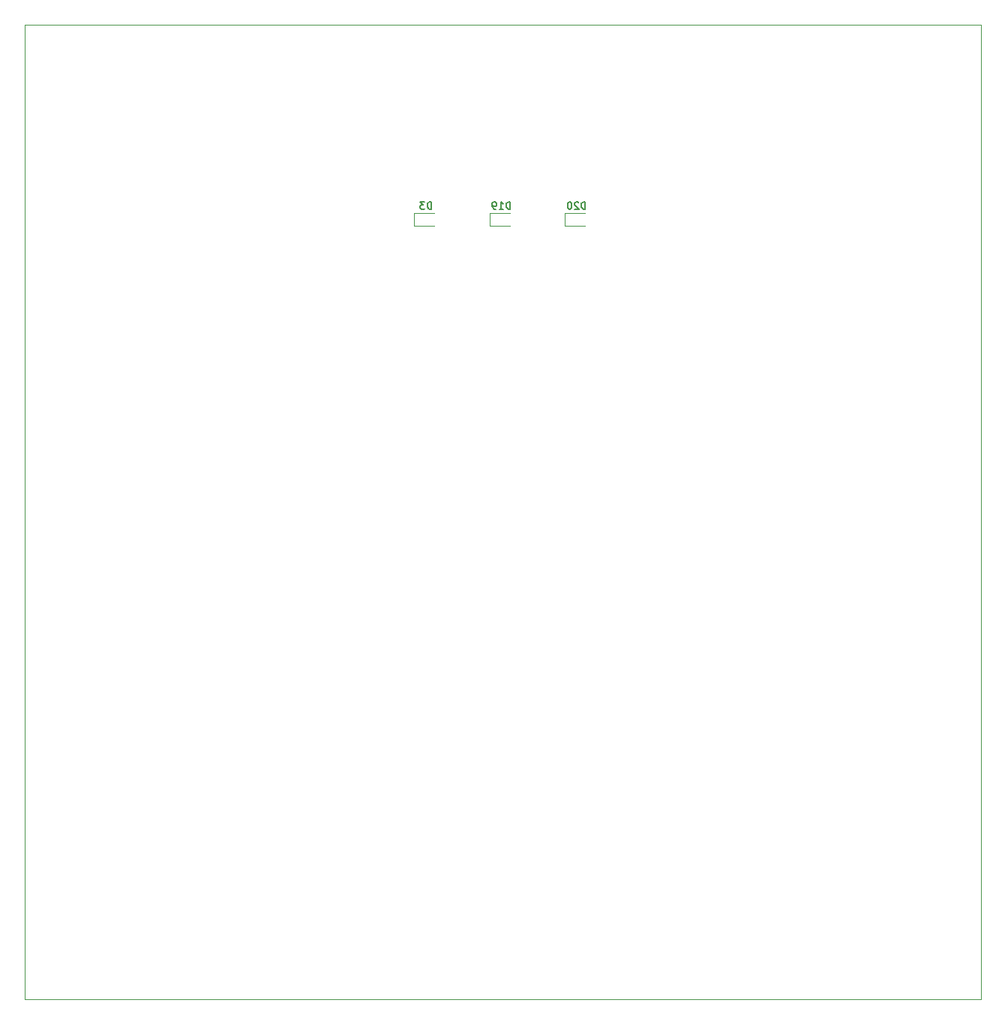
<source format=gbr>
%TF.GenerationSoftware,KiCad,Pcbnew,5.99.0-unknown-b84d1456d5~131~ubuntu20.04.1*%
%TF.CreationDate,2021-09-23T18:16:05-05:00*%
%TF.ProjectId,AP2000,41503230-3030-42e6-9b69-6361645f7063,rev?*%
%TF.SameCoordinates,Original*%
%TF.FileFunction,Legend,Bot*%
%TF.FilePolarity,Positive*%
%FSLAX46Y46*%
G04 Gerber Fmt 4.6, Leading zero omitted, Abs format (unit mm)*
G04 Created by KiCad (PCBNEW 5.99.0-unknown-b84d1456d5~131~ubuntu20.04.1) date 2021-09-23 18:16:05*
%MOMM*%
%LPD*%
G01*
G04 APERTURE LIST*
%TA.AperFunction,Profile*%
%ADD10C,0.100000*%
%TD*%
%ADD11C,0.152400*%
%ADD12C,0.120000*%
G04 APERTURE END LIST*
D10*
X108000000Y0D02*
X108000000Y-110000000D01*
X0Y0D02*
X108000000Y0D01*
X0Y-110000000D02*
X108000000Y-110000000D01*
X0Y-110000000D02*
X0Y0D01*
D11*
X63326971Y-20827695D02*
X63326971Y-20014895D01*
X63133447Y-20014895D01*
X63017333Y-20053600D01*
X62939923Y-20131009D01*
X62901219Y-20208419D01*
X62862514Y-20363238D01*
X62862514Y-20479352D01*
X62901219Y-20634171D01*
X62939923Y-20711580D01*
X63017333Y-20788990D01*
X63133447Y-20827695D01*
X63326971Y-20827695D01*
X62552876Y-20092304D02*
X62514171Y-20053600D01*
X62436761Y-20014895D01*
X62243238Y-20014895D01*
X62165828Y-20053600D01*
X62127123Y-20092304D01*
X62088419Y-20169714D01*
X62088419Y-20247123D01*
X62127123Y-20363238D01*
X62591580Y-20827695D01*
X62088419Y-20827695D01*
X61585257Y-20014895D02*
X61507847Y-20014895D01*
X61430438Y-20053600D01*
X61391733Y-20092304D01*
X61353028Y-20169714D01*
X61314323Y-20324533D01*
X61314323Y-20518057D01*
X61353028Y-20672876D01*
X61391733Y-20750285D01*
X61430438Y-20788990D01*
X61507847Y-20827695D01*
X61585257Y-20827695D01*
X61662666Y-20788990D01*
X61701371Y-20750285D01*
X61740076Y-20672876D01*
X61778780Y-20518057D01*
X61778780Y-20324533D01*
X61740076Y-20169714D01*
X61701371Y-20092304D01*
X61662666Y-20053600D01*
X61585257Y-20014895D01*
X45939923Y-20827695D02*
X45939923Y-20014895D01*
X45746400Y-20014895D01*
X45630285Y-20053600D01*
X45552876Y-20131009D01*
X45514171Y-20208419D01*
X45475466Y-20363238D01*
X45475466Y-20479352D01*
X45514171Y-20634171D01*
X45552876Y-20711580D01*
X45630285Y-20788990D01*
X45746400Y-20827695D01*
X45939923Y-20827695D01*
X45204533Y-20014895D02*
X44701371Y-20014895D01*
X44972304Y-20324533D01*
X44856190Y-20324533D01*
X44778780Y-20363238D01*
X44740076Y-20401942D01*
X44701371Y-20479352D01*
X44701371Y-20672876D01*
X44740076Y-20750285D01*
X44778780Y-20788990D01*
X44856190Y-20827695D01*
X45088419Y-20827695D01*
X45165828Y-20788990D01*
X45204533Y-20750285D01*
X54841971Y-20827695D02*
X54841971Y-20014895D01*
X54648447Y-20014895D01*
X54532333Y-20053600D01*
X54454923Y-20131009D01*
X54416219Y-20208419D01*
X54377514Y-20363238D01*
X54377514Y-20479352D01*
X54416219Y-20634171D01*
X54454923Y-20711580D01*
X54532333Y-20788990D01*
X54648447Y-20827695D01*
X54841971Y-20827695D01*
X53603419Y-20827695D02*
X54067876Y-20827695D01*
X53835647Y-20827695D02*
X53835647Y-20014895D01*
X53913057Y-20131009D01*
X53990466Y-20208419D01*
X54067876Y-20247123D01*
X53216371Y-20827695D02*
X53061552Y-20827695D01*
X52984142Y-20788990D01*
X52945438Y-20750285D01*
X52868028Y-20634171D01*
X52829323Y-20479352D01*
X52829323Y-20169714D01*
X52868028Y-20092304D01*
X52906733Y-20053600D01*
X52984142Y-20014895D01*
X53138961Y-20014895D01*
X53216371Y-20053600D01*
X53255076Y-20092304D01*
X53293780Y-20169714D01*
X53293780Y-20363238D01*
X53255076Y-20440647D01*
X53216371Y-20479352D01*
X53138961Y-20518057D01*
X52984142Y-20518057D01*
X52906733Y-20479352D01*
X52868028Y-20440647D01*
X52829323Y-20363238D01*
D12*
X61015000Y-22735000D02*
X61015000Y-21265000D01*
X61015000Y-21265000D02*
X63300000Y-21265000D01*
X63300000Y-22735000D02*
X61015000Y-22735000D01*
X46300000Y-22735000D02*
X44015000Y-22735000D01*
X44015000Y-22735000D02*
X44015000Y-21265000D01*
X44015000Y-21265000D02*
X46300000Y-21265000D01*
X52515000Y-22735000D02*
X52515000Y-21265000D01*
X54800000Y-22735000D02*
X52515000Y-22735000D01*
X52515000Y-21265000D02*
X54800000Y-21265000D01*
M02*

</source>
